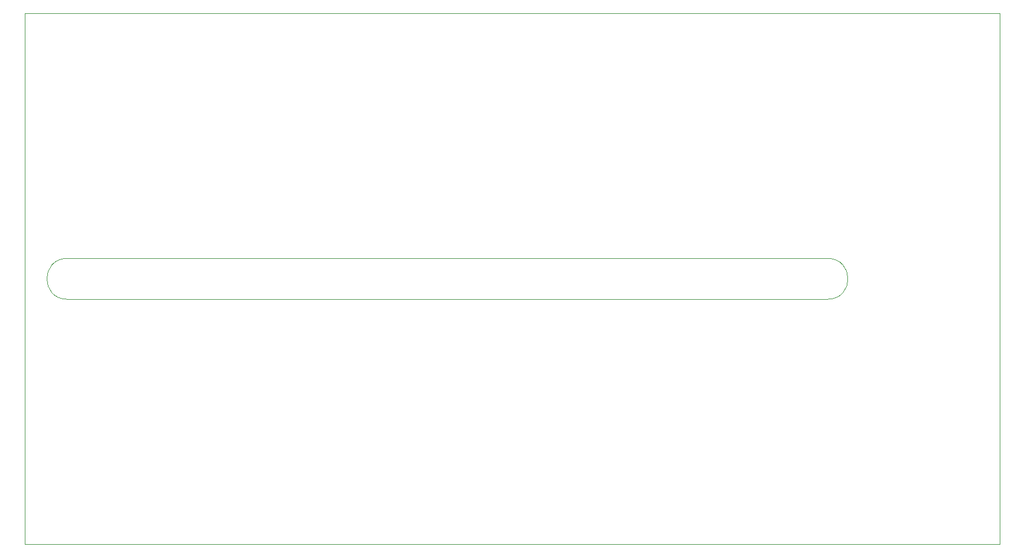
<source format=gbr>
%TF.GenerationSoftware,KiCad,Pcbnew,7.0.1*%
%TF.CreationDate,2023-05-13T00:12:20-05:00*%
%TF.ProjectId,sneksafe,736e616b-6574-4656-9d70-2e6b69636164,rev?*%
%TF.SameCoordinates,Original*%
%TF.FileFunction,Profile,NP*%
%FSLAX46Y46*%
G04 Gerber Fmt 4.6, Leading zero omitted, Abs format (unit mm)*
G04 Created by KiCad (PCBNEW 7.0.1) date 2023-05-13 00:12:20*
%MOMM*%
%LPD*%
G01*
G04 APERTURE LIST*
%TA.AperFunction,Profile*%
%ADD10C,0.100000*%
%TD*%
G04 APERTURE END LIST*
D10*
X81000000Y-66000000D02*
X224000000Y-66000000D01*
X198750000Y-108000000D02*
G75*
G03*
X198750000Y-102000000I0J3000000D01*
G01*
X146000000Y-108000000D02*
X198750000Y-108000000D01*
X81000000Y-144000000D02*
X224000000Y-144000000D01*
X198750000Y-102000000D02*
X146000000Y-102000000D01*
X146000000Y-102000000D02*
X87250000Y-102000000D01*
X87250000Y-108000000D02*
X146000000Y-108000000D01*
X81000000Y-66000000D02*
X81000000Y-144000000D01*
X224000000Y-144000000D02*
X224000000Y-67000000D01*
X224000000Y-66000000D02*
X224000000Y-67000000D01*
X87250000Y-102000000D02*
G75*
G03*
X87250000Y-108000000I0J-3000000D01*
G01*
M02*

</source>
